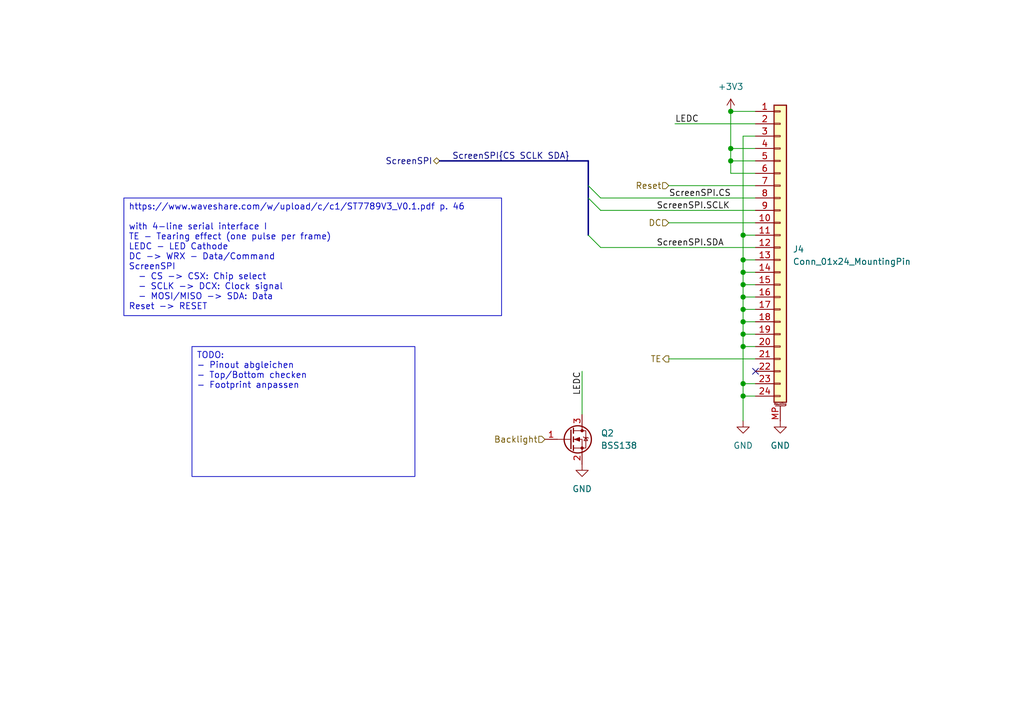
<source format=kicad_sch>
(kicad_sch (version 20250114) (generator "eeschema") (generator_version "9.0")
  (paper "A5")
  (lib_symbols
    (symbol "Connector_Generic_MountingPin:Conn_01x24_MountingPin" (pin_names (offset 1.016) (hide yes))
      (property "Reference" "J" (at 0 30.48 0))
      (property "Value" "Conn_01x24_MountingPin" (at 1.27 -33.02 0))
      (symbol "Conn_01x24_MountingPin_1_1"
        (rectangle (start -1.27 29.21) (end 1.27 -31.75) (stroke (width 0.254)) (fill (type background)))
        (rectangle (start -1.27 28.067) (end 0 27.813) (stroke (width 0.1524)))
        (rectangle (start -1.27 25.527) (end 0 25.273) (stroke (width 0.1524)))
        (rectangle (start -1.27 22.987) (end 0 22.733) (stroke (width 0.1524)))
        (rectangle (start -1.27 20.447) (end 0 20.193) (stroke (width 0.1524)))
        (rectangle (start -1.27 17.907) (end 0 17.653) (stroke (width 0.1524)))
        (rectangle (start -1.27 15.367) (end 0 15.113) (stroke (width 0.1524)))
        (rectangle (start -1.27 12.827) (end 0 12.573) (stroke (width 0.1524)))
        (rectangle (start -1.27 10.287) (end 0 10.033) (stroke (width 0.1524)))
        (rectangle (start -1.27 7.747) (end 0 7.493) (stroke (width 0.1524)))
        (rectangle (start -1.27 5.207) (end 0 4.953) (stroke (width 0.1524)))
        (rectangle (start -1.27 2.667) (end 0 2.413) (stroke (width 0.1524)))
        (rectangle (start -1.27 0.127) (end 0 -0.127) (stroke (width 0.1524)))
        (rectangle (start -1.27 -2.413) (end 0 -2.667) (stroke (width 0.1524)))
        (rectangle (start -1.27 -4.953) (end 0 -5.207) (stroke (width 0.1524)))
        (rectangle (start -1.27 -7.493) (end 0 -7.747) (stroke (width 0.1524)))
        (rectangle (start -1.27 -10.033) (end 0 -10.287) (stroke (width 0.1524)))
        (rectangle (start -1.27 -12.573) (end 0 -12.827) (stroke (width 0.1524)))
        (rectangle (start -1.27 -15.113) (end 0 -15.367) (stroke (width 0.1524)))
        (rectangle (start -1.27 -17.653) (end 0 -17.907) (stroke (width 0.1524)))
        (rectangle (start -1.27 -20.193) (end 0 -20.447) (stroke (width 0.1524)))
        (rectangle (start -1.27 -22.733) (end 0 -22.987) (stroke (width 0.1524)))
        (rectangle (start -1.27 -25.273) (end 0 -25.527) (stroke (width 0.1524)))
        (rectangle (start -1.27 -27.813) (end 0 -28.067) (stroke (width 0.1524)))
        (rectangle (start -1.27 -30.353) (end 0 -30.607) (stroke (width 0.1524)))
        (polyline (pts (xy -1.016 -32.512) (xy 1.016 -32.512)) (stroke (width 0.1524)))
        (text "Mounting" (at 0 -32.131 0) (effects (font (size 0.381 0.381))))
        (pin passive line (at -5.08 27.94 0) (length 3.81) (name "Pin_1") (number "1"))
        (pin passive line (at -5.08 25.4 0) (length 3.81) (name "Pin_2") (number "2"))
        (pin passive line (at -5.08 22.86 0) (length 3.81) (name "Pin_3") (number "3"))
        (pin passive line (at -5.08 20.32 0) (length 3.81) (name "Pin_4") (number "4"))
        (pin passive line (at -5.08 17.78 0) (length 3.81) (name "Pin_5") (number "5"))
        (pin passive line (at -5.08 15.24 0) (length 3.81) (name "Pin_6") (number "6"))
        (pin passive line (at -5.08 12.7 0) (length 3.81) (name "Pin_7") (number "7"))
        (pin passive line (at -5.08 10.16 0) (length 3.81) (name "Pin_8") (number "8"))
        (pin passive line (at -5.08 7.62 0) (length 3.81) (name "Pin_9") (number "9"))
        (pin passive line (at -5.08 5.08 0) (length 3.81) (name "Pin_10") (number "10"))
        (pin passive line (at -5.08 2.54 0) (length 3.81) (name "Pin_11") (number "11"))
        (pin passive line (at -5.08 0 0) (length 3.81) (name "Pin_12") (number "12"))
        (pin passive line (at -5.08 -2.54 0) (length 3.81) (name "Pin_13") (number "13"))
        (pin passive line (at -5.08 -5.08 0) (length 3.81) (name "Pin_14") (number "14"))
        (pin passive line (at -5.08 -7.62 0) (length 3.81) (name "Pin_15") (number "15"))
        (pin passive line (at -5.08 -10.16 0) (length 3.81) (name "Pin_16") (number "16"))
        (pin passive line (at -5.08 -12.7 0) (length 3.81) (name "Pin_17") (number "17"))
        (pin passive line (at -5.08 -15.24 0) (length 3.81) (name "Pin_18") (number "18"))
        (pin passive line (at -5.08 -17.78 0) (length 3.81) (name "Pin_19") (number "19"))
        (pin passive line (at -5.08 -20.32 0) (length 3.81) (name "Pin_20") (number "20"))
        (pin passive line (at -5.08 -22.86 0) (length 3.81) (name "Pin_21") (number "21"))
        (pin passive line (at -5.08 -25.4 0) (length 3.81) (name "Pin_22") (number "22"))
        (pin passive line (at -5.08 -27.94 0) (length 3.81) (name "Pin_23") (number "23"))
        (pin passive line (at -5.08 -30.48 0) (length 3.81) (name "Pin_24") (number "24"))
        (pin passive line (at 0 -35.56 90) (length 3.048) (name "MountPin") (number "MP"))
      )
    )
    (symbol "Transistor_FET:BSS138" (pin_names (hide yes))
      (property "Reference" "Q" (at 5.08 1.905 0))
      (property "Value" "BSS138" (at 5.08 0 0))
      (symbol "BSS138_0_1"
        (polyline (pts (xy 0.254 1.905) (xy 0.254 -1.905)) (stroke (width 0.254)))
        (polyline (pts (xy 0.254 0) (xy -2.54 0)))
        (polyline (pts (xy 0.762 2.286) (xy 0.762 1.27)) (stroke (width 0.254)))
        (polyline (pts (xy 0.762 0.508) (xy 0.762 -0.508)) (stroke (width 0.254)))
        (polyline (pts (xy 0.762 -1.27) (xy 0.762 -2.286)) (stroke (width 0.254)))
        (polyline (pts (xy 0.762 -1.778) (xy 3.302 -1.778) (xy 3.302 1.778) (xy 0.762 1.778)))
        (polyline (pts (xy 1.016 0) (xy 2.032 0.381) (xy 2.032 -0.381) (xy 1.016 0)) (fill (type outline)))
        (circle (center 1.651 0) (radius 2.794) (stroke (width 0.254)))
        (polyline (pts (xy 2.54 2.54) (xy 2.54 1.778)))
        (circle (center 2.54 1.778) (radius 0.254) (fill (type outline)))
        (circle (center 2.54 -1.778) (radius 0.254) (fill (type outline)))
        (polyline (pts (xy 2.54 -2.54) (xy 2.54 0) (xy 0.762 0)))
        (polyline (pts (xy 2.794 0.508) (xy 2.921 0.381) (xy 3.683 0.381) (xy 3.81 0.254)))
        (polyline (pts (xy 3.302 0.381) (xy 2.921 -0.254) (xy 3.683 -0.254) (xy 3.302 0.381)))
      )
      (symbol "BSS138_1_1"
        (pin input line (at -5.08 0 0) (length 2.54) (name "G") (number "1"))
        (pin passive line (at 2.54 5.08 270) (length 2.54) (name "D") (number "3"))
        (pin passive line (at 2.54 -5.08 90) (length 2.54) (name "S") (number "2"))
      )
    )
    (symbol "power:+3V3" (power) (pin_numbers (hide yes)) (pin_names (offset 0) (hide yes))
      (property "Value" "+3V3" (at 0 3.556 0))
      (symbol "+3V3_0_1"
        (polyline (pts (xy -0.762 1.27) (xy 0 2.54)))
        (polyline (pts (xy 0 2.54) (xy 0.762 1.27)))
        (polyline (pts (xy 0 0) (xy 0 2.54)))
      )
      (symbol "+3V3_1_1"
        (pin power_in line (at 0 0 90) (length 0) (name "~") (number "1"))
      )
    )
    (symbol "power:GND" (power) (pin_numbers (hide yes)) (pin_names (offset 0) (hide yes))
      (property "Value" "GND" (at 0 -3.81 0))
      (symbol "GND_0_1"
        (polyline (pts (xy 0 0) (xy 0 -1.27) (xy 1.27 -1.27) (xy 0 -2.54) (xy -1.27 -1.27) (xy 0 -1.27)))
      )
      (symbol "GND_1_1"
        (pin power_in line (at 0 0 270) (length 0) (name "~") (number "1"))
      )
    )
  )
  (text_box "TODO:\n- Pinout abgleichen\n- Top/Bottom checken\n- Footprint anpassen" (at 39.37 71.12 0) (size 45.72 26.67) (margins 0.9525 0.9525 0.9525 0.9525) (effects (font (size 1.27 1.27)) (justify left top)))
  (text_box "https://www.waveshare.com/w/upload/c/c1/ST7789V3_V0.1.pdf p. 46\n\nwith 4-line serial interface I\nTE - Tearing effect (one pulse per frame)\nLEDC - LED Cathode\nDC -> WRX - Data/Command\nScreenSPI\n  - CS -> CSX: Chip select\n  - SCLK -> DCX: Clock signal\n  - MOSI/MISO -> SDA: Data\nReset -> RESET" (at 25.4 40.64 0) (size 77.47 24.13) (margins 0.9525 0.9525 0.9525 0.9525) (effects (font (size 1.27 1.27)) (justify left top)))
  (junction (at 152.4 60.96))
  (junction (at 149.86 33.02))
  (junction (at 152.4 78.74))
  (junction (at 149.86 30.48))
  (junction (at 149.86 22.86))
  (junction (at 152.4 66.04))
  (junction (at 152.4 63.5))
  (junction (at 152.4 71.12))
  (junction (at 152.4 81.28))
  (junction (at 152.4 68.58))
  (junction (at 152.4 48.26))
  (junction (at 152.4 58.42))
  (junction (at 152.4 55.88))
  (junction (at 152.4 53.34))
  (no_connect (at 154.94 76.2))
  (bus_entry (at 120.65 38.1) (size 2.54 2.54))
  (bus_entry (at 120.65 48.26) (size 2.54 2.54))
  (bus_entry (at 120.65 40.64) (size 2.54 2.54))
  (wire (pts (xy 152.4 63.5) (xy 154.94 63.5)))
  (bus (pts (xy 120.65 40.64) (xy 120.65 48.26)))
  (wire (pts (xy 152.4 58.42) (xy 152.4 60.96)))
  (wire (pts (xy 152.4 81.28) (xy 154.94 81.28)))
  (wire (pts (xy 123.19 43.18) (xy 154.94 43.18)))
  (wire (pts (xy 152.4 68.58) (xy 154.94 68.58)))
  (wire (pts (xy 123.19 50.8) (xy 154.94 50.8)))
  (wire (pts (xy 152.4 55.88) (xy 154.94 55.88)))
  (wire (pts (xy 152.4 78.74) (xy 154.94 78.74)))
  (bus (pts (xy 120.65 38.1) (xy 120.65 40.64)))
  (wire (pts (xy 149.86 30.48) (xy 154.94 30.48)))
  (wire (pts (xy 137.16 73.66) (xy 154.94 73.66)))
  (wire (pts (xy 149.86 30.48) (xy 149.86 33.02)))
  (wire (pts (xy 152.4 66.04) (xy 152.4 68.58)))
  (wire (pts (xy 152.4 60.96) (xy 154.94 60.96)))
  (wire (pts (xy 152.4 81.28) (xy 152.4 86.36)))
  (wire (pts (xy 149.86 33.02) (xy 154.94 33.02)))
  (wire (pts (xy 123.19 40.64) (xy 154.94 40.64)))
  (wire (pts (xy 152.4 27.94) (xy 152.4 48.26)))
  (wire (pts (xy 149.86 22.86) (xy 154.94 22.86)))
  (wire (pts (xy 137.16 38.1) (xy 154.94 38.1)))
  (bus (pts (xy 120.65 33.02) (xy 120.65 38.1)))
  (bus (pts (xy 90.17 33.02) (xy 120.65 33.02)))
  (wire (pts (xy 152.4 60.96) (xy 152.4 63.5)))
  (wire (pts (xy 152.4 48.26) (xy 154.94 48.26)))
  (wire (pts (xy 138.43 25.4) (xy 154.94 25.4)))
  (wire (pts (xy 152.4 53.34) (xy 152.4 55.88)))
  (wire (pts (xy 152.4 55.88) (xy 152.4 58.42)))
  (wire (pts (xy 149.86 35.56) (xy 149.86 33.02)))
  (wire (pts (xy 152.4 78.74) (xy 152.4 81.28)))
  (wire (pts (xy 154.94 35.56) (xy 149.86 35.56)))
  (wire (pts (xy 149.86 22.86) (xy 149.86 30.48)))
  (wire (pts (xy 152.4 53.34) (xy 154.94 53.34)))
  (wire (pts (xy 152.4 71.12) (xy 154.94 71.12)))
  (wire (pts (xy 119.38 76.2) (xy 119.38 85.09)))
  (wire (pts (xy 152.4 68.58) (xy 152.4 71.12)))
  (wire (pts (xy 152.4 71.12) (xy 152.4 78.74)))
  (wire (pts (xy 137.16 45.72) (xy 154.94 45.72)))
  (wire (pts (xy 154.94 27.94) (xy 152.4 27.94)))
  (wire (pts (xy 152.4 48.26) (xy 152.4 53.34)))
  (wire (pts (xy 152.4 63.5) (xy 152.4 66.04)))
  (wire (pts (xy 152.4 66.04) (xy 154.94 66.04)))
  (wire (pts (xy 152.4 58.42) (xy 154.94 58.42)))
  (label "ScreenSPI{CS SCLK SDA}" (at 92.71 33.02 0))
  (label "ScreenSPI.SDA" (at 134.62 50.8 0))
  (label "ScreenSPI.CS" (at 137.16 40.64 0))
  (label "ScreenSPI.SCLK" (at 134.62 43.18 0))
  (label "LEDC" (at 119.38 76.2 270))
  (label "LEDC" (at 138.43 25.4 0))
  (hierarchical_label "TE" (shape output) (at 137.16 73.66 180))
  (hierarchical_label "DC" (shape input) (at 137.16 45.72 180))
  (hierarchical_label "Backlight" (shape input) (at 111.76 90.17 180))
  (hierarchical_label "Reset" (shape input) (at 137.16 38.1 180))
  (hierarchical_label "ScreenSPI" (shape bidirectional) (at 90.17 33.02 180))
  (symbol (lib_id "power:GND") (at 152.4 86.36 0) (unit 1)
    (property "Reference" "#PWR031" (effects (hide yes)))
    (property "Value" "GND" (at 152.4 91.44 0))
    (property "Description" "Power symbol creates a global label with name \"GND\" , ground" (effects (hide yes)))
  )
  (symbol (lib_id "power:+3V3") (at 149.86 22.86 0) (unit 1)
    (property "Reference" "#PWR030" (effects (hide yes)))
    (property "Value" "+3V3" (at 149.86 17.78 0))
    (property "Description" "Power symbol creates a global label with name \"+3V3\"" (effects (hide yes)))
  )
  (symbol (lib_id "power:GND") (at 119.38 95.25 0) (unit 1)
    (property "Reference" "#PWR029" (effects (hide yes)))
    (property "Value" "GND" (at 119.38 100.33 0))
    (property "Description" "Power symbol creates a global label with name \"GND\" , ground" (effects (hide yes)))
  )
  (symbol (lib_id "Transistor_FET:BSS138") (at 116.84 90.17 0) (unit 1)
    (property "Reference" "Q2" (at 123.19 88.8999 0) (effects (justify left)))
    (property "Value" "BSS138" (at 123.19 91.4399 0) (effects (justify left)))
    (property "Footprint" "Package_TO_SOT_SMD:SOT-23" (effects (hide yes)))
    (property "Datasheet" "https://www.onsemi.com/pub/Collateral/BSS138-D.PDF" (effects (hide yes)))
    (property "Description" "50V Vds, 0.22A Id, N-Channel MOSFET, SOT-23" (effects (hide yes)))
  )
  (symbol (lib_id "power:GND") (at 160.02 86.36 0) (unit 1)
    (property "Reference" "#PWR032" (effects (hide yes)))
    (property "Value" "GND" (at 160.02 91.44 0))
    (property "Description" "Power symbol creates a global label with name \"GND\" , ground" (effects (hide yes)))
  )
  (symbol (lib_id "Connector_Generic_MountingPin:Conn_01x24_MountingPin") (at 160.02 50.8 0) (unit 1)
    (property "Reference" "J4" (at 162.56 51.1555 0) (effects (justify left)))
    (property "Value" "Conn_01x24_MountingPin" (at 162.56 53.6955 0) (effects (justify left)))
    (property "Footprint" "Connector_FFC-FPC:Jushuo_AFC07-S24FCA-00_1x24-1MP_P0.50_Horizontal" (effects (hide yes)))
    (property "Description" "Generic connectable mounting pin connector, single row, 01x24, script generated (kicad-library-utils/schlib/autogen/connector/)" (effects (hide yes)))
  )
)
</source>
